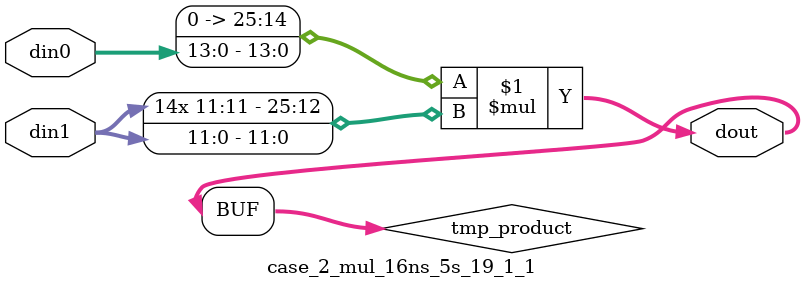
<source format=v>

`timescale 1 ns / 1 ps

 (* use_dsp = "no" *)  module case_2_mul_16ns_5s_19_1_1(din0, din1, dout);
parameter ID = 1;
parameter NUM_STAGE = 0;
parameter din0_WIDTH = 14;
parameter din1_WIDTH = 12;
parameter dout_WIDTH = 26;

input [din0_WIDTH - 1 : 0] din0; 
input [din1_WIDTH - 1 : 0] din1; 
output [dout_WIDTH - 1 : 0] dout;

wire signed [dout_WIDTH - 1 : 0] tmp_product;

























assign tmp_product = $signed({1'b0, din0}) * $signed(din1);










assign dout = tmp_product;





















endmodule

</source>
